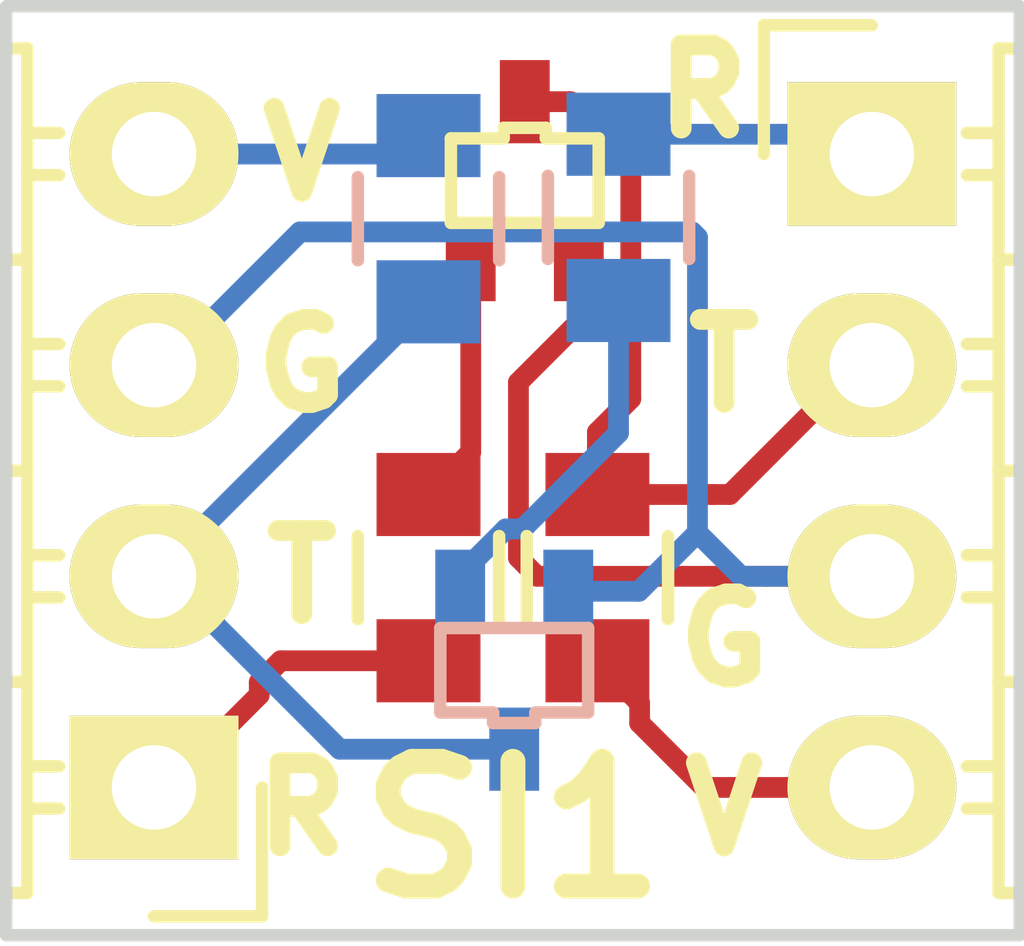
<source format=kicad_pcb>
(kicad_pcb (version 4) (host pcbnew 4.0.2-stable)

  (general
    (links 13)
    (no_connects 0)
    (area 123.490999 85.723 153.877001 105.643)
    (thickness 1.6)
    (drawings 13)
    (tracks 57)
    (zones 0)
    (modules 8)
    (nets 10)
  )

  (page A4)
  (layers
    (0 F.Cu signal hide)
    (31 B.Cu signal)
    (32 B.Adhes user)
    (33 F.Adhes user)
    (34 B.Paste user)
    (35 F.Paste user)
    (36 B.SilkS user)
    (37 F.SilkS user)
    (38 B.Mask user)
    (39 F.Mask user)
    (40 Dwgs.User user)
    (41 Cmts.User user)
    (42 Eco1.User user)
    (43 Eco2.User user)
    (44 Edge.Cuts user)
    (45 Margin user)
    (46 B.CrtYd user hide)
    (47 F.CrtYd user hide)
    (48 B.Fab user hide)
    (49 F.Fab user hide)
  )

  (setup
    (last_trace_width 0.25)
    (trace_clearance 0.2)
    (zone_clearance 0.508)
    (zone_45_only no)
    (trace_min 0.2)
    (segment_width 0.2)
    (edge_width 0.15)
    (via_size 0.6)
    (via_drill 0.4)
    (via_min_size 0.4)
    (via_min_drill 0.3)
    (uvia_size 0.3)
    (uvia_drill 0.1)
    (uvias_allowed no)
    (uvia_min_size 0.2)
    (uvia_min_drill 0.1)
    (pcb_text_width 0.3)
    (pcb_text_size 1.5 1.5)
    (mod_edge_width 0.15)
    (mod_text_size 1 1)
    (mod_text_width 0.15)
    (pad_size 1.524 1.524)
    (pad_drill 0.762)
    (pad_to_mask_clearance 0.2)
    (aux_axis_origin 0 0)
    (visible_elements 7FFFFFFF)
    (pcbplotparams
      (layerselection 0x00030_80000001)
      (usegerberextensions false)
      (excludeedgelayer true)
      (linewidth 0.100000)
      (plotframeref false)
      (viasonmask false)
      (mode 1)
      (useauxorigin false)
      (hpglpennumber 1)
      (hpglpenspeed 20)
      (hpglpendiameter 15)
      (hpglpenoverlay 2)
      (psnegative false)
      (psa4output false)
      (plotreference true)
      (plotvalue true)
      (plotinvisibletext false)
      (padsonsilk false)
      (subtractmaskfromsilk false)
      (outputformat 1)
      (mirror false)
      (drillshape 1)
      (scaleselection 1)
      (outputdirectory ""))
  )

  (net 0 "")
  (net 1 /RX1)
  (net 2 /TX1)
  (net 3 GND)
  (net 4 VCC)
  (net 5 /TX2)
  (net 6 /RX2)
  (net 7 VDD)
  (net 8 "Net-(P2-Pad1)")
  (net 9 "Net-(P3-Pad1)")

  (net_class Default "Dies ist die voreingestellte Netzklasse."
    (clearance 0.2)
    (trace_width 0.25)
    (via_dia 0.6)
    (via_drill 0.4)
    (uvia_dia 0.3)
    (uvia_drill 0.1)
    (add_net /RX1)
    (add_net /RX2)
    (add_net /TX1)
    (add_net /TX2)
    (add_net GND)
    (add_net "Net-(P2-Pad1)")
    (add_net "Net-(P3-Pad1)")
    (add_net VCC)
    (add_net VDD)
  )

  (module Pin_Headers:Pin_Header_Angled_1x04 (layer F.Cu) (tedit 579BD2D2) (tstamp 579BCB2C)
    (at 143.002 91.948)
    (descr "Through hole pin header")
    (tags "pin header")
    (path /579BC7A7)
    (fp_text reference P1 (at 0 -5.1) (layer F.SilkS) hide
      (effects (font (size 1 1) (thickness 0.15)))
    )
    (fp_text value CONN_01X04 (at 0 -3.1) (layer F.Fab)
      (effects (font (size 1 1) (thickness 0.15)))
    )
    (fp_line (start -1.5 -1.75) (end -1.5 9.4) (layer F.CrtYd) (width 0.05))
    (fp_line (start 10.65 -1.75) (end 10.65 9.4) (layer F.CrtYd) (width 0.05))
    (fp_line (start -1.5 -1.75) (end 10.65 -1.75) (layer F.CrtYd) (width 0.05))
    (fp_line (start -1.5 9.4) (end 10.65 9.4) (layer F.CrtYd) (width 0.05))
    (fp_line (start -1.3 -1.55) (end -1.3 0) (layer F.SilkS) (width 0.15))
    (fp_line (start 0 -1.55) (end -1.3 -1.55) (layer F.SilkS) (width 0.15))
    (fp_line (start 4.191 -0.127) (end 10.033 -0.127) (layer F.SilkS) (width 0.15))
    (fp_line (start 10.033 -0.127) (end 10.033 0.127) (layer F.SilkS) (width 0.15))
    (fp_line (start 10.033 0.127) (end 4.191 0.127) (layer F.SilkS) (width 0.15))
    (fp_line (start 4.191 0.127) (end 4.191 0) (layer F.SilkS) (width 0.15))
    (fp_line (start 4.191 0) (end 10.033 0) (layer F.SilkS) (width 0.15))
    (fp_line (start 1.524 -0.254) (end 1.143 -0.254) (layer F.SilkS) (width 0.15))
    (fp_line (start 1.524 0.254) (end 1.143 0.254) (layer F.SilkS) (width 0.15))
    (fp_line (start 1.524 2.286) (end 1.143 2.286) (layer F.SilkS) (width 0.15))
    (fp_line (start 1.524 2.794) (end 1.143 2.794) (layer F.SilkS) (width 0.15))
    (fp_line (start 1.524 4.826) (end 1.143 4.826) (layer F.SilkS) (width 0.15))
    (fp_line (start 1.524 5.334) (end 1.143 5.334) (layer F.SilkS) (width 0.15))
    (fp_line (start 1.524 7.874) (end 1.143 7.874) (layer F.SilkS) (width 0.15))
    (fp_line (start 1.524 7.366) (end 1.143 7.366) (layer F.SilkS) (width 0.15))
    (fp_line (start 1.524 -1.27) (end 4.064 -1.27) (layer F.SilkS) (width 0.15))
    (fp_line (start 1.524 1.27) (end 4.064 1.27) (layer F.SilkS) (width 0.15))
    (fp_line (start 1.524 1.27) (end 1.524 3.81) (layer F.SilkS) (width 0.15))
    (fp_line (start 1.524 3.81) (end 4.064 3.81) (layer F.SilkS) (width 0.15))
    (fp_line (start 4.064 2.286) (end 10.16 2.286) (layer F.SilkS) (width 0.15))
    (fp_line (start 10.16 2.286) (end 10.16 2.794) (layer F.SilkS) (width 0.15))
    (fp_line (start 10.16 2.794) (end 4.064 2.794) (layer F.SilkS) (width 0.15))
    (fp_line (start 4.064 3.81) (end 4.064 1.27) (layer F.SilkS) (width 0.15))
    (fp_line (start 4.064 1.27) (end 4.064 -1.27) (layer F.SilkS) (width 0.15))
    (fp_line (start 10.16 0.254) (end 4.064 0.254) (layer F.SilkS) (width 0.15))
    (fp_line (start 10.16 -0.254) (end 10.16 0.254) (layer F.SilkS) (width 0.15))
    (fp_line (start 4.064 -0.254) (end 10.16 -0.254) (layer F.SilkS) (width 0.15))
    (fp_line (start 1.524 1.27) (end 4.064 1.27) (layer F.SilkS) (width 0.15))
    (fp_line (start 1.524 -1.27) (end 1.524 1.27) (layer F.SilkS) (width 0.15))
    (fp_line (start 1.524 6.35) (end 4.064 6.35) (layer F.SilkS) (width 0.15))
    (fp_line (start 1.524 6.35) (end 1.524 8.89) (layer F.SilkS) (width 0.15))
    (fp_line (start 1.524 8.89) (end 4.064 8.89) (layer F.SilkS) (width 0.15))
    (fp_line (start 4.064 7.366) (end 10.16 7.366) (layer F.SilkS) (width 0.15))
    (fp_line (start 10.16 7.366) (end 10.16 7.874) (layer F.SilkS) (width 0.15))
    (fp_line (start 10.16 7.874) (end 4.064 7.874) (layer F.SilkS) (width 0.15))
    (fp_line (start 4.064 8.89) (end 4.064 6.35) (layer F.SilkS) (width 0.15))
    (fp_line (start 4.064 6.35) (end 4.064 3.81) (layer F.SilkS) (width 0.15))
    (fp_line (start 10.16 5.334) (end 4.064 5.334) (layer F.SilkS) (width 0.15))
    (fp_line (start 10.16 4.826) (end 10.16 5.334) (layer F.SilkS) (width 0.15))
    (fp_line (start 4.064 4.826) (end 10.16 4.826) (layer F.SilkS) (width 0.15))
    (fp_line (start 1.524 6.35) (end 4.064 6.35) (layer F.SilkS) (width 0.15))
    (fp_line (start 1.524 3.81) (end 1.524 6.35) (layer F.SilkS) (width 0.15))
    (fp_line (start 1.524 3.81) (end 4.064 3.81) (layer F.SilkS) (width 0.15))
    (pad 1 thru_hole rect (at 0 0) (size 2.032 1.7272) (drill 1.016) (layers *.Cu *.Mask F.SilkS)
      (net 1 /RX1))
    (pad 2 thru_hole oval (at 0 2.54) (size 2.032 1.7272) (drill 1.016) (layers *.Cu *.Mask F.SilkS)
      (net 2 /TX1))
    (pad 3 thru_hole oval (at 0 5.08) (size 2.032 1.7272) (drill 1.016) (layers *.Cu *.Mask F.SilkS)
      (net 3 GND))
    (pad 4 thru_hole oval (at 0 7.62) (size 2.032 1.7272) (drill 1.016) (layers *.Cu *.Mask F.SilkS)
      (net 4 VCC))
    (model Pin_Headers.3dshapes/Pin_Header_Angled_1x04.wrl
      (at (xyz 0 -0.15 0))
      (scale (xyz 1 1 1))
      (rotate (xyz 0 0 90))
    )
  )

  (module Pin_Headers:Pin_Header_Angled_1x04 (layer F.Cu) (tedit 579BD2D8) (tstamp 579BCB42)
    (at 134.366 99.568 180)
    (descr "Through hole pin header")
    (tags "pin header")
    (path /579BC770)
    (fp_text reference P4 (at 0 -5.1 180) (layer F.SilkS) hide
      (effects (font (size 1 1) (thickness 0.15)))
    )
    (fp_text value CONN_01X04 (at 0 -3.1 180) (layer F.Fab)
      (effects (font (size 1 1) (thickness 0.15)))
    )
    (fp_line (start -1.5 -1.75) (end -1.5 9.4) (layer F.CrtYd) (width 0.05))
    (fp_line (start 10.65 -1.75) (end 10.65 9.4) (layer F.CrtYd) (width 0.05))
    (fp_line (start -1.5 -1.75) (end 10.65 -1.75) (layer F.CrtYd) (width 0.05))
    (fp_line (start -1.5 9.4) (end 10.65 9.4) (layer F.CrtYd) (width 0.05))
    (fp_line (start -1.3 -1.55) (end -1.3 0) (layer F.SilkS) (width 0.15))
    (fp_line (start 0 -1.55) (end -1.3 -1.55) (layer F.SilkS) (width 0.15))
    (fp_line (start 4.191 -0.127) (end 10.033 -0.127) (layer F.SilkS) (width 0.15))
    (fp_line (start 10.033 -0.127) (end 10.033 0.127) (layer F.SilkS) (width 0.15))
    (fp_line (start 10.033 0.127) (end 4.191 0.127) (layer F.SilkS) (width 0.15))
    (fp_line (start 4.191 0.127) (end 4.191 0) (layer F.SilkS) (width 0.15))
    (fp_line (start 4.191 0) (end 10.033 0) (layer F.SilkS) (width 0.15))
    (fp_line (start 1.524 -0.254) (end 1.143 -0.254) (layer F.SilkS) (width 0.15))
    (fp_line (start 1.524 0.254) (end 1.143 0.254) (layer F.SilkS) (width 0.15))
    (fp_line (start 1.524 2.286) (end 1.143 2.286) (layer F.SilkS) (width 0.15))
    (fp_line (start 1.524 2.794) (end 1.143 2.794) (layer F.SilkS) (width 0.15))
    (fp_line (start 1.524 4.826) (end 1.143 4.826) (layer F.SilkS) (width 0.15))
    (fp_line (start 1.524 5.334) (end 1.143 5.334) (layer F.SilkS) (width 0.15))
    (fp_line (start 1.524 7.874) (end 1.143 7.874) (layer F.SilkS) (width 0.15))
    (fp_line (start 1.524 7.366) (end 1.143 7.366) (layer F.SilkS) (width 0.15))
    (fp_line (start 1.524 -1.27) (end 4.064 -1.27) (layer F.SilkS) (width 0.15))
    (fp_line (start 1.524 1.27) (end 4.064 1.27) (layer F.SilkS) (width 0.15))
    (fp_line (start 1.524 1.27) (end 1.524 3.81) (layer F.SilkS) (width 0.15))
    (fp_line (start 1.524 3.81) (end 4.064 3.81) (layer F.SilkS) (width 0.15))
    (fp_line (start 4.064 2.286) (end 10.16 2.286) (layer F.SilkS) (width 0.15))
    (fp_line (start 10.16 2.286) (end 10.16 2.794) (layer F.SilkS) (width 0.15))
    (fp_line (start 10.16 2.794) (end 4.064 2.794) (layer F.SilkS) (width 0.15))
    (fp_line (start 4.064 3.81) (end 4.064 1.27) (layer F.SilkS) (width 0.15))
    (fp_line (start 4.064 1.27) (end 4.064 -1.27) (layer F.SilkS) (width 0.15))
    (fp_line (start 10.16 0.254) (end 4.064 0.254) (layer F.SilkS) (width 0.15))
    (fp_line (start 10.16 -0.254) (end 10.16 0.254) (layer F.SilkS) (width 0.15))
    (fp_line (start 4.064 -0.254) (end 10.16 -0.254) (layer F.SilkS) (width 0.15))
    (fp_line (start 1.524 1.27) (end 4.064 1.27) (layer F.SilkS) (width 0.15))
    (fp_line (start 1.524 -1.27) (end 1.524 1.27) (layer F.SilkS) (width 0.15))
    (fp_line (start 1.524 6.35) (end 4.064 6.35) (layer F.SilkS) (width 0.15))
    (fp_line (start 1.524 6.35) (end 1.524 8.89) (layer F.SilkS) (width 0.15))
    (fp_line (start 1.524 8.89) (end 4.064 8.89) (layer F.SilkS) (width 0.15))
    (fp_line (start 4.064 7.366) (end 10.16 7.366) (layer F.SilkS) (width 0.15))
    (fp_line (start 10.16 7.366) (end 10.16 7.874) (layer F.SilkS) (width 0.15))
    (fp_line (start 10.16 7.874) (end 4.064 7.874) (layer F.SilkS) (width 0.15))
    (fp_line (start 4.064 8.89) (end 4.064 6.35) (layer F.SilkS) (width 0.15))
    (fp_line (start 4.064 6.35) (end 4.064 3.81) (layer F.SilkS) (width 0.15))
    (fp_line (start 10.16 5.334) (end 4.064 5.334) (layer F.SilkS) (width 0.15))
    (fp_line (start 10.16 4.826) (end 10.16 5.334) (layer F.SilkS) (width 0.15))
    (fp_line (start 4.064 4.826) (end 10.16 4.826) (layer F.SilkS) (width 0.15))
    (fp_line (start 1.524 6.35) (end 4.064 6.35) (layer F.SilkS) (width 0.15))
    (fp_line (start 1.524 3.81) (end 1.524 6.35) (layer F.SilkS) (width 0.15))
    (fp_line (start 1.524 3.81) (end 4.064 3.81) (layer F.SilkS) (width 0.15))
    (pad 1 thru_hole rect (at 0 0 180) (size 2.032 1.7272) (drill 1.016) (layers *.Cu *.Mask F.SilkS)
      (net 6 /RX2))
    (pad 2 thru_hole oval (at 0 2.54 180) (size 2.032 1.7272) (drill 1.016) (layers *.Cu *.Mask F.SilkS)
      (net 5 /TX2))
    (pad 3 thru_hole oval (at 0 5.08 180) (size 2.032 1.7272) (drill 1.016) (layers *.Cu *.Mask F.SilkS)
      (net 3 GND))
    (pad 4 thru_hole oval (at 0 7.62 180) (size 2.032 1.7272) (drill 1.016) (layers *.Cu *.Mask F.SilkS)
      (net 7 VDD))
    (model Pin_Headers.3dshapes/Pin_Header_Angled_1x04.wrl
      (at (xyz 0 -0.15 0))
      (scale (xyz 1 1 1))
      (rotate (xyz 0 0 90))
    )
  )

  (module Capacitors_SMD:C_0805 (layer B.Cu) (tedit 579BD2EF) (tstamp 579BCB48)
    (at 139.954 92.71 90)
    (descr "Capacitor SMD 0805, reflow soldering, AVX (see smccp.pdf)")
    (tags "capacitor 0805")
    (path /579BCCF8)
    (attr smd)
    (fp_text reference R1 (at 0 2.1 90) (layer B.SilkS) hide
      (effects (font (size 1 1) (thickness 0.15)) (justify mirror))
    )
    (fp_text value R (at 0 -2.1 90) (layer B.Fab)
      (effects (font (size 1 1) (thickness 0.15)) (justify mirror))
    )
    (fp_line (start -1.8 1) (end 1.8 1) (layer B.CrtYd) (width 0.05))
    (fp_line (start -1.8 -1) (end 1.8 -1) (layer B.CrtYd) (width 0.05))
    (fp_line (start -1.8 1) (end -1.8 -1) (layer B.CrtYd) (width 0.05))
    (fp_line (start 1.8 1) (end 1.8 -1) (layer B.CrtYd) (width 0.05))
    (fp_line (start 0.5 0.85) (end -0.5 0.85) (layer B.SilkS) (width 0.15))
    (fp_line (start -0.5 -0.85) (end 0.5 -0.85) (layer B.SilkS) (width 0.15))
    (pad 1 smd rect (at -1 0 90) (size 1 1.25) (layers B.Cu B.Paste B.Mask)
      (net 8 "Net-(P2-Pad1)"))
    (pad 2 smd rect (at 1 0 90) (size 1 1.25) (layers B.Cu B.Paste B.Mask)
      (net 1 /RX1))
    (model Capacitors_SMD.3dshapes/C_0805.wrl
      (at (xyz 0 0 0))
      (scale (xyz 1 1 1))
      (rotate (xyz 0 0 0))
    )
  )

  (module Capacitors_SMD:C_0805 (layer F.Cu) (tedit 579BD2DD) (tstamp 579BCB4E)
    (at 137.668 97.044 270)
    (descr "Capacitor SMD 0805, reflow soldering, AVX (see smccp.pdf)")
    (tags "capacitor 0805")
    (path /579BCD4C)
    (attr smd)
    (fp_text reference R2 (at 0 -2.1 270) (layer F.SilkS) hide
      (effects (font (size 1 1) (thickness 0.15)))
    )
    (fp_text value R (at 0 2.1 270) (layer F.Fab)
      (effects (font (size 1 1) (thickness 0.15)))
    )
    (fp_line (start -1.8 -1) (end 1.8 -1) (layer F.CrtYd) (width 0.05))
    (fp_line (start -1.8 1) (end 1.8 1) (layer F.CrtYd) (width 0.05))
    (fp_line (start -1.8 -1) (end -1.8 1) (layer F.CrtYd) (width 0.05))
    (fp_line (start 1.8 -1) (end 1.8 1) (layer F.CrtYd) (width 0.05))
    (fp_line (start 0.5 -0.85) (end -0.5 -0.85) (layer F.SilkS) (width 0.15))
    (fp_line (start -0.5 0.85) (end 0.5 0.85) (layer F.SilkS) (width 0.15))
    (pad 1 smd rect (at -1 0 270) (size 1 1.25) (layers F.Cu F.Paste F.Mask)
      (net 9 "Net-(P3-Pad1)"))
    (pad 2 smd rect (at 1 0 270) (size 1 1.25) (layers F.Cu F.Paste F.Mask)
      (net 6 /RX2))
    (model Capacitors_SMD.3dshapes/C_0805.wrl
      (at (xyz 0 0 0))
      (scale (xyz 1 1 1))
      (rotate (xyz 0 0 0))
    )
  )

  (module Capacitors_SMD:C_0805 (layer B.Cu) (tedit 579BD2F2) (tstamp 579BCB54)
    (at 137.668 92.726 270)
    (descr "Capacitor SMD 0805, reflow soldering, AVX (see smccp.pdf)")
    (tags "capacitor 0805")
    (path /579BCD25)
    (attr smd)
    (fp_text reference R3 (at 0 2.1 270) (layer B.SilkS) hide
      (effects (font (size 1 1) (thickness 0.15)) (justify mirror))
    )
    (fp_text value R (at 0 -2.1 270) (layer B.Fab)
      (effects (font (size 1 1) (thickness 0.15)) (justify mirror))
    )
    (fp_line (start -1.8 1) (end 1.8 1) (layer B.CrtYd) (width 0.05))
    (fp_line (start -1.8 -1) (end 1.8 -1) (layer B.CrtYd) (width 0.05))
    (fp_line (start -1.8 1) (end -1.8 -1) (layer B.CrtYd) (width 0.05))
    (fp_line (start 1.8 1) (end 1.8 -1) (layer B.CrtYd) (width 0.05))
    (fp_line (start 0.5 0.85) (end -0.5 0.85) (layer B.SilkS) (width 0.15))
    (fp_line (start -0.5 -0.85) (end 0.5 -0.85) (layer B.SilkS) (width 0.15))
    (pad 1 smd rect (at -1 0 270) (size 1 1.25) (layers B.Cu B.Paste B.Mask)
      (net 7 VDD))
    (pad 2 smd rect (at 1 0 270) (size 1 1.25) (layers B.Cu B.Paste B.Mask)
      (net 5 /TX2))
    (model Capacitors_SMD.3dshapes/C_0805.wrl
      (at (xyz 0 0 0))
      (scale (xyz 1 1 1))
      (rotate (xyz 0 0 0))
    )
  )

  (module Capacitors_SMD:C_0805 (layer F.Cu) (tedit 579BD2E3) (tstamp 579BCB5A)
    (at 139.7 97.044 90)
    (descr "Capacitor SMD 0805, reflow soldering, AVX (see smccp.pdf)")
    (tags "capacitor 0805")
    (path /579BCD6F)
    (attr smd)
    (fp_text reference R4 (at 0 -2.1 90) (layer F.SilkS) hide
      (effects (font (size 1 1) (thickness 0.15)))
    )
    (fp_text value R (at 0 2.1 90) (layer F.Fab)
      (effects (font (size 1 1) (thickness 0.15)))
    )
    (fp_line (start -1.8 -1) (end 1.8 -1) (layer F.CrtYd) (width 0.05))
    (fp_line (start -1.8 1) (end 1.8 1) (layer F.CrtYd) (width 0.05))
    (fp_line (start -1.8 -1) (end -1.8 1) (layer F.CrtYd) (width 0.05))
    (fp_line (start 1.8 -1) (end 1.8 1) (layer F.CrtYd) (width 0.05))
    (fp_line (start 0.5 -0.85) (end -0.5 -0.85) (layer F.SilkS) (width 0.15))
    (fp_line (start -0.5 0.85) (end 0.5 0.85) (layer F.SilkS) (width 0.15))
    (pad 1 smd rect (at -1 0 90) (size 1 1.25) (layers F.Cu F.Paste F.Mask)
      (net 4 VCC))
    (pad 2 smd rect (at 1 0 90) (size 1 1.25) (layers F.Cu F.Paste F.Mask)
      (net 2 /TX1))
    (model Capacitors_SMD.3dshapes/C_0805.wrl
      (at (xyz 0 0 0))
      (scale (xyz 1 1 1))
      (rotate (xyz 0 0 0))
    )
  )

  (module TO_SOT_Packages_SMD:SOT-323 (layer B.Cu) (tedit 579BD7E5) (tstamp 579BD6A0)
    (at 138.69924 98.15826 180)
    (tags "SMD SOT")
    (path /579BC88D)
    (attr smd)
    (fp_text reference P2 (at 0.127 2.032 180) (layer B.SilkS) hide
      (effects (font (size 1 1) (thickness 0.15)) (justify mirror))
    )
    (fp_text value TRANSISTOR1 (at 0 0 180) (layer B.Fab)
      (effects (font (size 1 1) (thickness 0.15)) (justify mirror))
    )
    (fp_line (start 0.254 -0.508) (end 0.889 -0.508) (layer B.SilkS) (width 0.15))
    (fp_line (start 0.889 -0.508) (end 0.889 0.508) (layer B.SilkS) (width 0.15))
    (fp_line (start -0.889 0.508) (end -0.889 -0.508) (layer B.SilkS) (width 0.15))
    (fp_line (start -0.889 -0.508) (end -0.254 -0.508) (layer B.SilkS) (width 0.15))
    (fp_line (start 0.254 -0.635) (end 0.254 -0.508) (layer B.SilkS) (width 0.15))
    (fp_line (start -0.254 -0.508) (end -0.254 -0.635) (layer B.SilkS) (width 0.15))
    (fp_line (start 0.889 0.508) (end -0.889 0.508) (layer B.SilkS) (width 0.15))
    (fp_line (start -0.254 -0.635) (end 0.254 -0.635) (layer B.SilkS) (width 0.15))
    (pad 2 smd rect (at -0.65024 0.94996 180) (size 0.59944 1.00076) (layers B.Cu B.Paste B.Mask)
      (net 3 GND))
    (pad 1 smd rect (at 0.65024 0.94996 180) (size 0.59944 1.00076) (layers B.Cu B.Paste B.Mask)
      (net 8 "Net-(P2-Pad1)"))
    (pad 3 smd rect (at 0 -0.94996 180) (size 0.59944 1.00076) (layers B.Cu B.Paste B.Mask)
      (net 5 /TX2))
    (model TO_SOT_Packages_SMD.3dshapes/SOT-323.wrl
      (at (xyz 0 0 0.001))
      (scale (xyz 0.3937 0.3937 0.3937))
      (rotate (xyz 0 0 0))
    )
  )

  (module TO_SOT_Packages_SMD:SOT-323 (layer F.Cu) (tedit 579BD6D8) (tstamp 579BD6A7)
    (at 138.82624 92.26804 180)
    (tags "SMD SOT")
    (path /579BC844)
    (attr smd)
    (fp_text reference P3 (at 0.127 -2.032 180) (layer F.SilkS) hide
      (effects (font (size 1 1) (thickness 0.15)))
    )
    (fp_text value TRANSISTOR2 (at 0 0 180) (layer F.Fab)
      (effects (font (size 1 1) (thickness 0.15)))
    )
    (fp_line (start 0.254 0.508) (end 0.889 0.508) (layer F.SilkS) (width 0.15))
    (fp_line (start 0.889 0.508) (end 0.889 -0.508) (layer F.SilkS) (width 0.15))
    (fp_line (start -0.889 -0.508) (end -0.889 0.508) (layer F.SilkS) (width 0.15))
    (fp_line (start -0.889 0.508) (end -0.254 0.508) (layer F.SilkS) (width 0.15))
    (fp_line (start 0.254 0.635) (end 0.254 0.508) (layer F.SilkS) (width 0.15))
    (fp_line (start -0.254 0.508) (end -0.254 0.635) (layer F.SilkS) (width 0.15))
    (fp_line (start 0.889 -0.508) (end -0.889 -0.508) (layer F.SilkS) (width 0.15))
    (fp_line (start -0.254 0.635) (end 0.254 0.635) (layer F.SilkS) (width 0.15))
    (pad 2 smd rect (at -0.65024 -0.94996 180) (size 0.59944 1.00076) (layers F.Cu F.Paste F.Mask)
      (net 3 GND))
    (pad 1 smd rect (at 0.65024 -0.94996 180) (size 0.59944 1.00076) (layers F.Cu F.Paste F.Mask)
      (net 9 "Net-(P3-Pad1)"))
    (pad 3 smd rect (at 0 0.94996 180) (size 0.59944 1.00076) (layers F.Cu F.Paste F.Mask)
      (net 2 /TX1))
    (model TO_SOT_Packages_SMD.3dshapes/SOT-323.wrl
      (at (xyz 0 0 0.001))
      (scale (xyz 0.3937 0.3937 0.3937))
      (rotate (xyz 0 0 0))
    )
  )

  (gr_text R (at 140.97 91.186) (layer F.SilkS) (tstamp 579BD52C)
    (effects (font (size 1 1) (thickness 0.25)))
  )
  (gr_text T (at 141.224 94.488) (layer F.SilkS) (tstamp 579BD528)
    (effects (font (size 1 1) (thickness 0.25)))
  )
  (gr_text G (at 141.224 97.79) (layer F.SilkS) (tstamp 579BD51F)
    (effects (font (size 1 1) (thickness 0.25)))
  )
  (gr_text V (at 141.224 99.822) (layer F.SilkS) (tstamp 579BD519)
    (effects (font (size 1 1) (thickness 0.25)))
  )
  (gr_text V (at 136.144 91.948) (layer F.SilkS) (tstamp 579BD505)
    (effects (font (size 1 1) (thickness 0.25)))
  )
  (gr_text G (at 136.144 94.488) (layer F.SilkS) (tstamp 579BD4FA)
    (effects (font (size 1 1) (thickness 0.25)))
  )
  (gr_text R (at 136.144 99.822) (layer F.SilkS)
    (effects (font (size 1 1) (thickness 0.25)))
  )
  (gr_text T (at 136.144 97.028) (layer F.SilkS)
    (effects (font (size 1 1) (thickness 0.25)))
  )
  (gr_text SI1 (at 138.684 100.076) (layer F.SilkS)
    (effects (font (size 1.5 1.5) (thickness 0.3)))
  )
  (gr_line (start 144.78 90.17) (end 132.588 90.17) (layer Edge.Cuts) (width 0.15))
  (gr_line (start 132.588 101.346) (end 132.588 90.17) (layer Edge.Cuts) (width 0.15))
  (gr_line (start 144.78 101.346) (end 132.588 101.346) (layer Edge.Cuts) (width 0.15))
  (gr_line (start 144.78 90.17) (end 144.78 101.346) (layer Edge.Cuts) (width 0.15))

  (segment (start 144.78 90.17) (end 132.588 90.17) (width 0.25) (layer Dwgs.User) (net 0))
  (segment (start 139.954 91.71) (end 142.764 91.71) (width 0.25) (layer B.Cu) (net 1))
  (segment (start 142.764 91.71) (end 143.002 91.948) (width 0.25) (layer B.Cu) (net 1))
  (segment (start 138.82624 91.31808) (end 139.37596 91.31808) (width 0.25) (layer F.Cu) (net 2))
  (segment (start 140.101201 92.043321) (end 140.101201 94.892799) (width 0.25) (layer F.Cu) (net 2))
  (segment (start 139.37596 91.31808) (end 140.101201 92.043321) (width 0.25) (layer F.Cu) (net 2))
  (segment (start 140.101201 94.892799) (end 139.7 95.294) (width 0.25) (layer F.Cu) (net 2))
  (segment (start 139.7 95.294) (end 139.7 96.044) (width 0.25) (layer F.Cu) (net 2))
  (segment (start 141.083 96.044) (end 139.7 96.044) (width 0.25) (layer F.Cu) (net 2))
  (segment (start 143.002 94.488) (end 142.8496 94.488) (width 0.25) (layer F.Cu) (net 2))
  (segment (start 142.8496 94.488) (end 141.2936 96.044) (width 0.25) (layer F.Cu) (net 2))
  (segment (start 141.2936 96.044) (end 141.083 96.044) (width 0.25) (layer F.Cu) (net 2))
  (segment (start 143.002 94.883) (end 143.002 94.488) (width 0.25) (layer F.Cu) (net 2))
  (segment (start 140.904001 96.504529) (end 141.427472 97.028) (width 0.25) (layer B.Cu) (net 3))
  (segment (start 141.427472 97.028) (end 143.002 97.028) (width 0.25) (layer B.Cu) (net 3))
  (segment (start 140.904001 96.504529) (end 140.20023 97.2083) (width 0.25) (layer B.Cu) (net 3))
  (segment (start 140.20023 97.2083) (end 139.34948 97.2083) (width 0.25) (layer B.Cu) (net 3))
  (segment (start 139.47648 93.218) (end 139.47648 93.96838) (width 0.25) (layer F.Cu) (net 3))
  (segment (start 139.47648 93.96838) (end 138.749999 94.694861) (width 0.25) (layer F.Cu) (net 3))
  (segment (start 138.749999 94.694861) (end 138.749999 96.804001) (width 0.25) (layer F.Cu) (net 3))
  (segment (start 138.749999 96.804001) (end 138.973998 97.028) (width 0.25) (layer F.Cu) (net 3))
  (segment (start 138.973998 97.028) (end 141.736 97.028) (width 0.25) (layer F.Cu) (net 3))
  (segment (start 141.736 97.028) (end 143.002 97.028) (width 0.25) (layer F.Cu) (net 3))
  (segment (start 136.121401 92.884999) (end 134.5184 94.488) (width 0.25) (layer B.Cu) (net 3))
  (segment (start 140.904001 96.504529) (end 140.904001 92.949999) (width 0.25) (layer B.Cu) (net 3))
  (segment (start 140.904001 92.949999) (end 140.839001 92.884999) (width 0.25) (layer B.Cu) (net 3))
  (segment (start 140.839001 92.884999) (end 136.121401 92.884999) (width 0.25) (layer B.Cu) (net 3))
  (segment (start 134.5184 94.488) (end 134.366 94.488) (width 0.25) (layer B.Cu) (net 3))
  (segment (start 142.8496 97.028) (end 143.002 97.028) (width 0.25) (layer F.Cu) (net 3))
  (segment (start 134.432 94.422) (end 134.366 94.488) (width 0.25) (layer F.Cu) (net 3))
  (segment (start 142.87 97.16) (end 143.002 97.028) (width 0.25) (layer B.Cu) (net 3))
  (segment (start 134.5184 94.488) (end 134.366 94.488) (width 0.25) (layer F.Cu) (net 3))
  (segment (start 143.002 99.568) (end 140.982 99.568) (width 0.25) (layer F.Cu) (net 4))
  (segment (start 140.982 99.568) (end 140.208 98.794) (width 0.25) (layer F.Cu) (net 4))
  (segment (start 140.208 98.794) (end 140.208 98.552) (width 0.25) (layer F.Cu) (net 4))
  (segment (start 140.208 98.552) (end 139.7 98.044) (width 0.25) (layer F.Cu) (net 4))
  (segment (start 142.986 99.552) (end 143.002 99.568) (width 0.25) (layer F.Cu) (net 4))
  (segment (start 136.59862 99.10822) (end 138.69924 99.10822) (width 0.25) (layer B.Cu) (net 5))
  (segment (start 134.366 97.028) (end 134.5184 97.028) (width 0.25) (layer B.Cu) (net 5))
  (segment (start 134.5184 97.028) (end 136.59862 99.10822) (width 0.25) (layer B.Cu) (net 5))
  (segment (start 137.668 93.726) (end 134.366 97.028) (width 0.25) (layer B.Cu) (net 5))
  (segment (start 137.668 98.044) (end 135.89 98.044) (width 0.25) (layer F.Cu) (net 6))
  (segment (start 135.632 98.4544) (end 134.5184 99.568) (width 0.25) (layer F.Cu) (net 6))
  (segment (start 134.5184 99.568) (end 134.366 99.568) (width 0.25) (layer F.Cu) (net 6))
  (segment (start 135.89 98.044) (end 135.632 98.302) (width 0.25) (layer F.Cu) (net 6))
  (segment (start 135.632 98.302) (end 135.632 98.4544) (width 0.25) (layer F.Cu) (net 6))
  (segment (start 134.398 99.536) (end 134.366 99.568) (width 0.25) (layer F.Cu) (net 6))
  (segment (start 134.366 91.948) (end 137.446 91.948) (width 0.25) (layer B.Cu) (net 7))
  (segment (start 137.446 91.948) (end 137.668 91.726) (width 0.25) (layer B.Cu) (net 7))
  (segment (start 139.954 93.71) (end 139.954 95.3033) (width 0.25) (layer B.Cu) (net 8))
  (segment (start 139.954 95.3033) (end 138.79938 96.45792) (width 0.25) (layer B.Cu) (net 8))
  (segment (start 138.79938 96.45792) (end 138.59872 96.45792) (width 0.25) (layer B.Cu) (net 8))
  (segment (start 138.59872 96.45792) (end 138.049 97.00764) (width 0.25) (layer B.Cu) (net 8))
  (segment (start 138.049 97.00764) (end 138.049 97.2083) (width 0.25) (layer B.Cu) (net 8))
  (segment (start 138.176 93.218) (end 138.176 95.536) (width 0.25) (layer F.Cu) (net 9))
  (segment (start 138.176 95.536) (end 137.668 96.044) (width 0.25) (layer F.Cu) (net 9))
  (segment (start 137.8 95.912) (end 137.668 96.044) (width 0.25) (layer F.Cu) (net 9))

)

</source>
